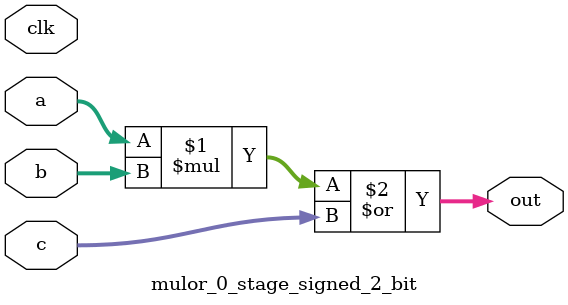
<source format=sv>
(* use_dsp = "yes" *) module mulor_0_stage_signed_2_bit(
	input signed [1:0] a,
	input signed [1:0] b,
	input signed [1:0] c,
	output [1:0] out,
	input clk);

	assign out = (a * b) | c;
endmodule

</source>
